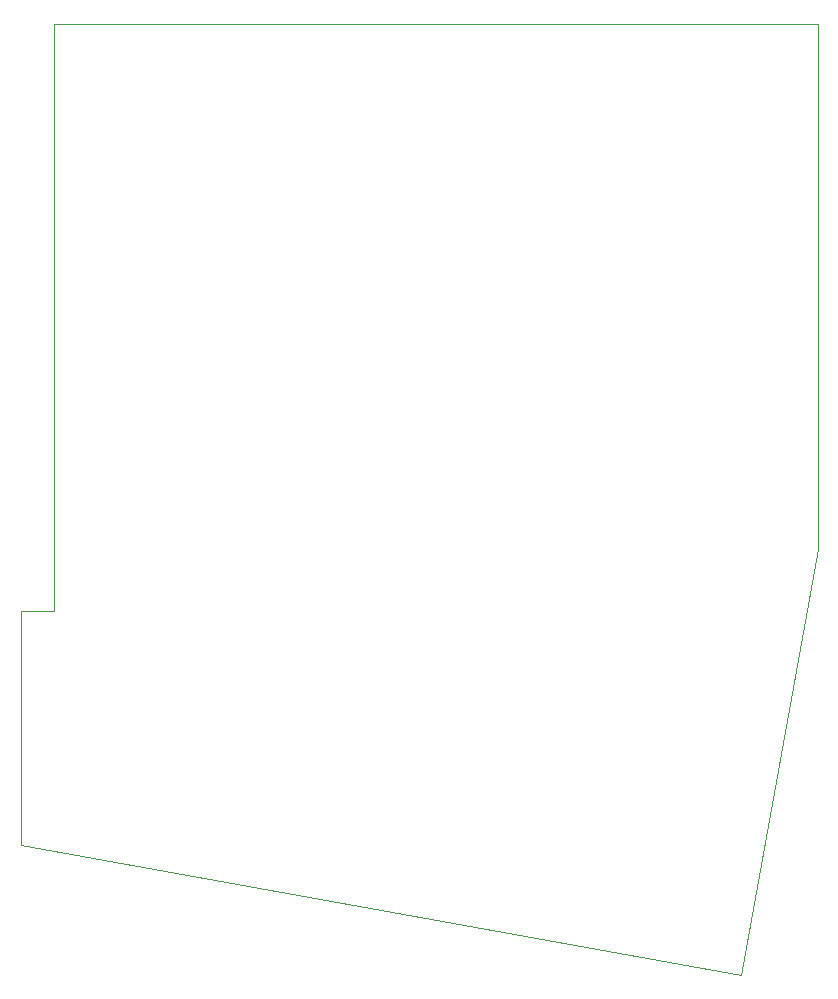
<source format=gbr>
%TF.GenerationSoftware,KiCad,Pcbnew,(5.99.0-11706-g59ad333650)*%
%TF.CreationDate,2021-08-22T22:29:06-05:00*%
%TF.ProjectId,lightwing_prototype,6c696768-7477-4696-9e67-5f70726f746f,rev?*%
%TF.SameCoordinates,Original*%
%TF.FileFunction,Profile,NP*%
%FSLAX46Y46*%
G04 Gerber Fmt 4.6, Leading zero omitted, Abs format (unit mm)*
G04 Created by KiCad (PCBNEW (5.99.0-11706-g59ad333650)) date 2021-08-22 22:29:06*
%MOMM*%
%LPD*%
G01*
G04 APERTURE LIST*
%TA.AperFunction,Profile*%
%ADD10C,0.100000*%
%TD*%
G04 APERTURE END LIST*
D10*
X72800000Y-45000000D02*
X72800000Y-33250000D01*
X72800000Y-45000000D02*
X72800000Y-83000000D01*
X70000000Y-83000000D02*
X72800000Y-83000000D01*
X70000000Y-86000000D02*
X70000000Y-102750000D01*
X131000000Y-113750000D02*
X70000000Y-102750000D01*
X137500000Y-77750000D02*
X131000000Y-113750000D01*
X137500000Y-33250000D02*
X137500000Y-77750000D01*
X72800000Y-33250000D02*
X137500000Y-33250000D01*
X70000000Y-86000000D02*
X70000000Y-83000000D01*
M02*

</source>
